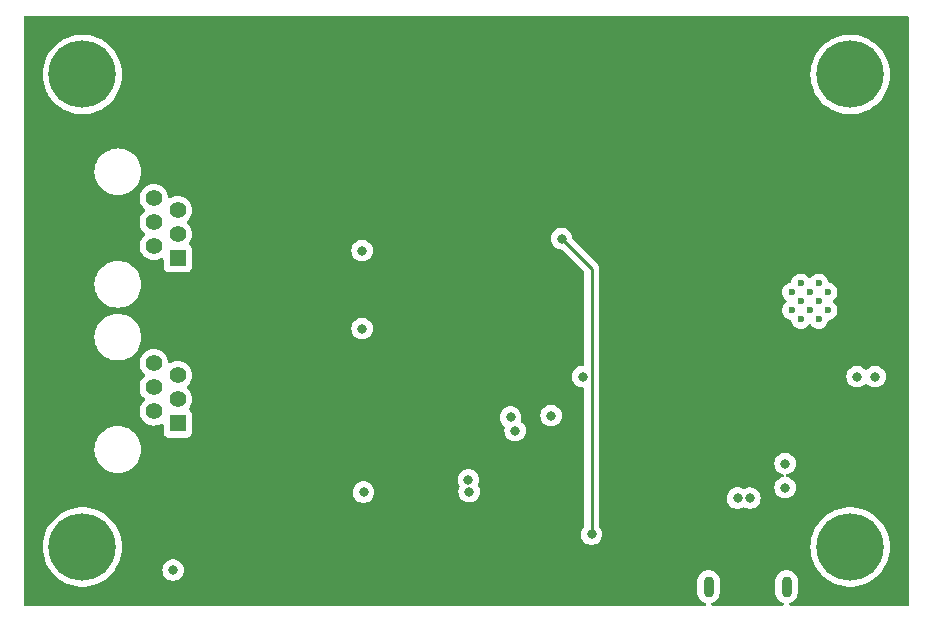
<source format=gbr>
G04 #@! TF.GenerationSoftware,KiCad,Pcbnew,7.0.2.1-36-g582732918d-dirty-deb11*
G04 #@! TF.CreationDate,2023-06-21T13:50:25+00:00*
G04 #@! TF.ProjectId,LocoBuffer,4c6f636f-4275-4666-9665-722e6b696361,rev?*
G04 #@! TF.SameCoordinates,Original*
G04 #@! TF.FileFunction,Copper,L3,Inr*
G04 #@! TF.FilePolarity,Positive*
%FSLAX46Y46*%
G04 Gerber Fmt 4.6, Leading zero omitted, Abs format (unit mm)*
G04 Created by KiCad (PCBNEW 7.0.2.1-36-g582732918d-dirty-deb11) date 2023-06-21 13:50:25*
%MOMM*%
%LPD*%
G01*
G04 APERTURE LIST*
G04 #@! TA.AperFunction,ComponentPad*
%ADD10R,1.398000X1.398000*%
G04 #@! TD*
G04 #@! TA.AperFunction,ComponentPad*
%ADD11C,1.398000*%
G04 #@! TD*
G04 #@! TA.AperFunction,ComponentPad*
%ADD12C,5.700000*%
G04 #@! TD*
G04 #@! TA.AperFunction,HeatsinkPad*
%ADD13C,0.600000*%
G04 #@! TD*
G04 #@! TA.AperFunction,ComponentPad*
%ADD14O,0.900000X1.800000*%
G04 #@! TD*
G04 #@! TA.AperFunction,ViaPad*
%ADD15C,0.800000*%
G04 #@! TD*
G04 #@! TA.AperFunction,Conductor*
%ADD16C,0.250000*%
G04 #@! TD*
G04 APERTURE END LIST*
D10*
X43080000Y-90540000D03*
D11*
X41050000Y-89524000D03*
X43080000Y-88508000D03*
X41048000Y-87492000D03*
X43080000Y-86476000D03*
X41050000Y-85460000D03*
D10*
X43080000Y-104540000D03*
D11*
X41050000Y-103524000D03*
X43080000Y-102508000D03*
X41048000Y-101492000D03*
X43080000Y-100476000D03*
X41050000Y-99460000D03*
D12*
X35000000Y-75000000D03*
X35000000Y-115000000D03*
X100000000Y-115000000D03*
X100000000Y-75000000D03*
D13*
X97348500Y-92664000D03*
X95823500Y-92664000D03*
X98111000Y-93426500D03*
X96586000Y-93426500D03*
X95061000Y-93426500D03*
X97348500Y-94189000D03*
X95823500Y-94189000D03*
X98111000Y-94951500D03*
X96586000Y-94951500D03*
X95061000Y-94951500D03*
X97348500Y-95714000D03*
X95823500Y-95714000D03*
D14*
X88015000Y-118364000D03*
X94615000Y-118364000D03*
D15*
X75565000Y-88900000D03*
X78105000Y-113919000D03*
X48514000Y-89916000D03*
X44704000Y-109117500D03*
X63754000Y-86715600D03*
X71882000Y-117348000D03*
X62890400Y-86715600D03*
X102108000Y-84074000D03*
X62877700Y-87591900D03*
X55372000Y-83566000D03*
X63754000Y-87579200D03*
X66040000Y-108458000D03*
X100584000Y-100584000D03*
X58674000Y-89916000D03*
X42672000Y-116967000D03*
X91515000Y-110871000D03*
X67684279Y-109317676D03*
X90465000Y-110871000D03*
X67739296Y-110315663D03*
X74676000Y-103886000D03*
X77343000Y-100584000D03*
X102108000Y-100584000D03*
X58801000Y-110363000D03*
X58674000Y-96520000D03*
X71628000Y-105156000D03*
X94488000Y-109982000D03*
X71247000Y-104013000D03*
X94488000Y-107950000D03*
D16*
X78105000Y-91440000D02*
X75565000Y-88900000D01*
X78105000Y-113919000D02*
X78105000Y-91440000D01*
G04 #@! TA.AperFunction,Conductor*
G36*
X104916621Y-70045502D02*
G01*
X104963114Y-70099158D01*
X104974500Y-70151500D01*
X104974500Y-119848500D01*
X104954498Y-119916621D01*
X104900842Y-119963114D01*
X104848500Y-119974500D01*
X94944378Y-119974500D01*
X94876257Y-119954498D01*
X94829764Y-119900842D01*
X94819660Y-119830568D01*
X94849154Y-119765988D01*
X94900614Y-119730344D01*
X95039295Y-119678983D01*
X95204729Y-119575867D01*
X95346020Y-119441560D01*
X95457383Y-119281561D01*
X95534259Y-119102419D01*
X95573500Y-118911470D01*
X95573500Y-117865392D01*
X95573499Y-117865373D01*
X95558722Y-117720067D01*
X95558721Y-117720066D01*
X95558721Y-117720060D01*
X95500363Y-117534061D01*
X95405759Y-117363616D01*
X95405758Y-117363614D01*
X95278784Y-117215707D01*
X95278782Y-117215705D01*
X95278780Y-117215703D01*
X95124627Y-117096380D01*
X94949609Y-117010529D01*
X94760892Y-116961667D01*
X94760890Y-116961666D01*
X94760887Y-116961666D01*
X94760884Y-116961665D01*
X94566202Y-116951793D01*
X94373514Y-116981312D01*
X94373511Y-116981312D01*
X94373511Y-116981313D01*
X94294626Y-117010529D01*
X94190702Y-117049018D01*
X94025273Y-117152131D01*
X94025272Y-117152132D01*
X93883976Y-117286444D01*
X93772617Y-117446437D01*
X93695742Y-117625577D01*
X93695741Y-117625580D01*
X93695741Y-117625581D01*
X93663211Y-117783877D01*
X93656500Y-117816532D01*
X93656500Y-118862626D01*
X93671277Y-119007932D01*
X93671278Y-119007934D01*
X93671279Y-119007940D01*
X93729637Y-119193939D01*
X93824241Y-119364384D01*
X93824241Y-119364385D01*
X93951215Y-119512292D01*
X93951217Y-119512294D01*
X93951220Y-119512297D01*
X94105373Y-119631620D01*
X94280391Y-119717471D01*
X94315351Y-119726522D01*
X94376282Y-119762960D01*
X94407842Y-119826556D01*
X94400010Y-119897120D01*
X94355271Y-119952246D01*
X94287831Y-119974434D01*
X94283768Y-119974500D01*
X88344378Y-119974500D01*
X88276257Y-119954498D01*
X88229764Y-119900842D01*
X88219660Y-119830568D01*
X88249154Y-119765988D01*
X88300614Y-119730344D01*
X88439295Y-119678983D01*
X88604729Y-119575867D01*
X88746020Y-119441560D01*
X88857383Y-119281561D01*
X88934259Y-119102419D01*
X88973500Y-118911470D01*
X88973500Y-117865392D01*
X88973499Y-117865373D01*
X88958722Y-117720067D01*
X88958721Y-117720066D01*
X88958721Y-117720060D01*
X88900363Y-117534061D01*
X88805759Y-117363616D01*
X88805758Y-117363614D01*
X88678784Y-117215707D01*
X88678782Y-117215705D01*
X88678780Y-117215703D01*
X88524627Y-117096380D01*
X88349609Y-117010529D01*
X88160892Y-116961667D01*
X88160890Y-116961666D01*
X88160887Y-116961666D01*
X88160884Y-116961665D01*
X87966202Y-116951793D01*
X87773514Y-116981312D01*
X87773511Y-116981312D01*
X87773511Y-116981313D01*
X87694626Y-117010529D01*
X87590702Y-117049018D01*
X87425273Y-117152131D01*
X87425272Y-117152132D01*
X87283976Y-117286444D01*
X87172617Y-117446437D01*
X87095742Y-117625577D01*
X87095741Y-117625580D01*
X87095741Y-117625581D01*
X87063211Y-117783877D01*
X87056500Y-117816532D01*
X87056500Y-118862626D01*
X87071277Y-119007932D01*
X87071278Y-119007934D01*
X87071279Y-119007940D01*
X87129637Y-119193938D01*
X87129637Y-119193939D01*
X87224241Y-119364384D01*
X87224241Y-119364385D01*
X87351215Y-119512292D01*
X87351217Y-119512294D01*
X87351220Y-119512297D01*
X87505373Y-119631620D01*
X87680391Y-119717471D01*
X87715351Y-119726522D01*
X87776282Y-119762960D01*
X87807842Y-119826556D01*
X87800010Y-119897120D01*
X87755271Y-119952246D01*
X87687831Y-119974434D01*
X87683768Y-119974500D01*
X30151500Y-119974500D01*
X30083379Y-119954498D01*
X30036886Y-119900842D01*
X30025500Y-119848500D01*
X30025500Y-115000002D01*
X31636567Y-115000002D01*
X31656284Y-115363651D01*
X31715200Y-115723034D01*
X31808343Y-116058500D01*
X31812632Y-116073949D01*
X31947431Y-116412269D01*
X32044541Y-116595438D01*
X32118015Y-116734026D01*
X32118017Y-116734030D01*
X32215072Y-116877176D01*
X32305488Y-117010529D01*
X32322393Y-117035461D01*
X32322392Y-117035461D01*
X32558162Y-117313030D01*
X32822545Y-117563468D01*
X32822560Y-117563481D01*
X33112485Y-117783876D01*
X33424540Y-117971634D01*
X33544228Y-118027007D01*
X33755053Y-118124546D01*
X33755065Y-118124551D01*
X34100186Y-118240836D01*
X34455857Y-118319125D01*
X34817907Y-118358500D01*
X34817915Y-118358500D01*
X35182085Y-118358500D01*
X35182093Y-118358500D01*
X35544143Y-118319125D01*
X35899814Y-118240836D01*
X36244935Y-118124551D01*
X36575460Y-117971634D01*
X36887515Y-117783876D01*
X37177440Y-117563481D01*
X37208500Y-117534060D01*
X37240296Y-117503941D01*
X37441837Y-117313031D01*
X37677606Y-117035463D01*
X37724025Y-116967000D01*
X41758496Y-116967000D01*
X41778457Y-117156927D01*
X41808526Y-117249470D01*
X41837473Y-117338556D01*
X41837476Y-117338561D01*
X41932958Y-117503941D01*
X41932965Y-117503951D01*
X42060744Y-117645864D01*
X42060747Y-117645866D01*
X42215248Y-117758118D01*
X42389712Y-117835794D01*
X42576513Y-117875500D01*
X42767487Y-117875500D01*
X42954288Y-117835794D01*
X43128752Y-117758118D01*
X43283253Y-117645866D01*
X43357433Y-117563481D01*
X43411034Y-117503951D01*
X43411035Y-117503949D01*
X43411040Y-117503944D01*
X43506527Y-117338556D01*
X43565542Y-117156928D01*
X43585504Y-116967000D01*
X43565542Y-116777072D01*
X43506527Y-116595444D01*
X43411040Y-116430056D01*
X43411038Y-116430054D01*
X43411034Y-116430048D01*
X43283255Y-116288135D01*
X43128752Y-116175882D01*
X42954288Y-116098206D01*
X42767487Y-116058500D01*
X42576513Y-116058500D01*
X42389711Y-116098206D01*
X42215247Y-116175882D01*
X42060744Y-116288135D01*
X41932965Y-116430048D01*
X41932958Y-116430058D01*
X41837476Y-116595438D01*
X41837473Y-116595445D01*
X41778457Y-116777072D01*
X41758496Y-116967000D01*
X37724025Y-116967000D01*
X37881982Y-116734031D01*
X38052569Y-116412269D01*
X38187368Y-116073949D01*
X38284798Y-115723039D01*
X38343716Y-115363651D01*
X38363433Y-115000002D01*
X96636567Y-115000002D01*
X96656284Y-115363651D01*
X96715200Y-115723034D01*
X96808343Y-116058500D01*
X96812632Y-116073949D01*
X96947431Y-116412269D01*
X97044541Y-116595438D01*
X97118015Y-116734026D01*
X97118017Y-116734030D01*
X97215073Y-116877176D01*
X97305488Y-117010529D01*
X97322393Y-117035461D01*
X97322392Y-117035461D01*
X97558162Y-117313030D01*
X97822545Y-117563468D01*
X97822560Y-117563481D01*
X98112485Y-117783876D01*
X98424540Y-117971634D01*
X98544228Y-118027007D01*
X98755053Y-118124546D01*
X98755065Y-118124551D01*
X99100186Y-118240836D01*
X99455857Y-118319125D01*
X99817907Y-118358500D01*
X99817915Y-118358500D01*
X100182085Y-118358500D01*
X100182093Y-118358500D01*
X100544143Y-118319125D01*
X100899814Y-118240836D01*
X101244935Y-118124551D01*
X101575460Y-117971634D01*
X101887515Y-117783876D01*
X102177440Y-117563481D01*
X102208500Y-117534060D01*
X102240296Y-117503941D01*
X102441837Y-117313031D01*
X102677606Y-117035463D01*
X102881982Y-116734031D01*
X103052569Y-116412269D01*
X103187368Y-116073949D01*
X103284798Y-115723039D01*
X103343716Y-115363651D01*
X103363433Y-115000000D01*
X103343716Y-114636349D01*
X103287027Y-114290556D01*
X103284799Y-114276965D01*
X103284798Y-114276961D01*
X103187368Y-113926051D01*
X103052569Y-113587731D01*
X102881982Y-113265969D01*
X102677606Y-112964537D01*
X102441837Y-112686969D01*
X102441837Y-112686968D01*
X102177454Y-112436531D01*
X102177439Y-112436518D01*
X101887512Y-112216122D01*
X101784969Y-112154424D01*
X101575460Y-112028366D01*
X101575454Y-112028363D01*
X101244946Y-111875453D01*
X101244934Y-111875448D01*
X100899823Y-111759167D01*
X100899822Y-111759166D01*
X100899814Y-111759164D01*
X100899809Y-111759162D01*
X100899806Y-111759162D01*
X100544159Y-111680878D01*
X100544146Y-111680875D01*
X100544143Y-111680875D01*
X100544140Y-111680874D01*
X100544131Y-111680873D01*
X100182100Y-111641500D01*
X100182093Y-111641500D01*
X99817907Y-111641500D01*
X99817899Y-111641500D01*
X99455868Y-111680873D01*
X99455840Y-111680878D01*
X99100193Y-111759162D01*
X99100176Y-111759167D01*
X98755065Y-111875448D01*
X98755053Y-111875453D01*
X98424545Y-112028363D01*
X98424538Y-112028367D01*
X98112487Y-112216122D01*
X97822560Y-112436518D01*
X97822545Y-112436531D01*
X97558162Y-112686969D01*
X97322393Y-112964538D01*
X97118017Y-113265969D01*
X97118015Y-113265973D01*
X96947430Y-113587733D01*
X96947426Y-113587742D01*
X96812632Y-113926050D01*
X96715200Y-114276965D01*
X96656284Y-114636348D01*
X96636567Y-114999997D01*
X96636567Y-115000002D01*
X38363433Y-115000002D01*
X38363433Y-115000000D01*
X38343716Y-114636349D01*
X38287027Y-114290556D01*
X38284799Y-114276965D01*
X38284798Y-114276961D01*
X38187368Y-113926051D01*
X38052569Y-113587731D01*
X37881982Y-113265969D01*
X37677606Y-112964537D01*
X37441837Y-112686969D01*
X37177454Y-112436531D01*
X37177439Y-112436518D01*
X36887512Y-112216122D01*
X36784969Y-112154424D01*
X36575460Y-112028366D01*
X36575454Y-112028363D01*
X36244946Y-111875453D01*
X36244934Y-111875448D01*
X35899823Y-111759167D01*
X35899822Y-111759166D01*
X35899814Y-111759164D01*
X35899809Y-111759162D01*
X35899806Y-111759162D01*
X35544159Y-111680878D01*
X35544146Y-111680875D01*
X35544143Y-111680875D01*
X35544140Y-111680874D01*
X35544131Y-111680873D01*
X35182100Y-111641500D01*
X35182093Y-111641500D01*
X34817907Y-111641500D01*
X34817899Y-111641500D01*
X34455868Y-111680873D01*
X34455840Y-111680878D01*
X34100193Y-111759162D01*
X34100176Y-111759167D01*
X33755065Y-111875448D01*
X33755053Y-111875453D01*
X33424545Y-112028363D01*
X33424538Y-112028367D01*
X33112487Y-112216122D01*
X32822560Y-112436518D01*
X32822545Y-112436531D01*
X32558162Y-112686969D01*
X32322393Y-112964538D01*
X32118017Y-113265969D01*
X32118015Y-113265973D01*
X31947430Y-113587733D01*
X31947426Y-113587742D01*
X31812632Y-113926050D01*
X31715200Y-114276965D01*
X31656284Y-114636348D01*
X31636567Y-114999997D01*
X31636567Y-115000002D01*
X30025500Y-115000002D01*
X30025500Y-110363000D01*
X57887496Y-110363000D01*
X57907457Y-110552927D01*
X57937526Y-110645470D01*
X57966473Y-110734556D01*
X57966476Y-110734561D01*
X58061958Y-110899941D01*
X58061965Y-110899951D01*
X58189744Y-111041864D01*
X58189747Y-111041866D01*
X58344248Y-111154118D01*
X58518712Y-111231794D01*
X58705513Y-111271500D01*
X58896487Y-111271500D01*
X59083288Y-111231794D01*
X59257752Y-111154118D01*
X59412253Y-111041866D01*
X59412255Y-111041864D01*
X59540034Y-110899951D01*
X59540035Y-110899949D01*
X59540040Y-110899944D01*
X59635527Y-110734556D01*
X59694542Y-110552928D01*
X59714504Y-110363000D01*
X59694542Y-110173072D01*
X59635527Y-109991444D01*
X59540040Y-109826056D01*
X59540038Y-109826054D01*
X59540034Y-109826048D01*
X59412255Y-109684135D01*
X59257752Y-109571882D01*
X59083288Y-109494206D01*
X58896487Y-109454500D01*
X58705513Y-109454500D01*
X58518711Y-109494206D01*
X58344247Y-109571882D01*
X58189744Y-109684135D01*
X58061965Y-109826048D01*
X58061958Y-109826058D01*
X57966476Y-109991438D01*
X57966473Y-109991445D01*
X57907457Y-110173072D01*
X57887496Y-110363000D01*
X30025500Y-110363000D01*
X30025500Y-109317676D01*
X66770775Y-109317676D01*
X66790736Y-109507603D01*
X66811622Y-109571882D01*
X66849752Y-109689232D01*
X66849754Y-109689235D01*
X66849755Y-109689237D01*
X66914463Y-109801315D01*
X66931201Y-109870310D01*
X66914465Y-109927312D01*
X66904769Y-109944105D01*
X66904766Y-109944112D01*
X66845753Y-110125734D01*
X66825792Y-110315663D01*
X66845753Y-110505590D01*
X66861135Y-110552928D01*
X66904769Y-110687219D01*
X66904772Y-110687224D01*
X67000254Y-110852604D01*
X67000261Y-110852614D01*
X67128040Y-110994527D01*
X67128043Y-110994529D01*
X67282544Y-111106781D01*
X67457008Y-111184457D01*
X67643809Y-111224163D01*
X67834783Y-111224163D01*
X68021584Y-111184457D01*
X68196048Y-111106781D01*
X68350549Y-110994529D01*
X68350551Y-110994527D01*
X68478330Y-110852614D01*
X68478331Y-110852612D01*
X68478336Y-110852607D01*
X68573823Y-110687219D01*
X68632838Y-110505591D01*
X68652800Y-110315663D01*
X68632838Y-110125735D01*
X68573823Y-109944107D01*
X68509110Y-109832022D01*
X68492373Y-109763028D01*
X68509114Y-109706018D01*
X68518804Y-109689235D01*
X68518806Y-109689232D01*
X68577821Y-109507604D01*
X68597783Y-109317676D01*
X68577821Y-109127748D01*
X68518806Y-108946120D01*
X68423319Y-108780732D01*
X68423317Y-108780730D01*
X68423313Y-108780724D01*
X68295534Y-108638811D01*
X68141031Y-108526558D01*
X67966567Y-108448882D01*
X67779766Y-108409176D01*
X67588792Y-108409176D01*
X67401990Y-108448882D01*
X67227526Y-108526558D01*
X67073023Y-108638811D01*
X66945244Y-108780724D01*
X66945237Y-108780734D01*
X66849755Y-108946114D01*
X66849752Y-108946121D01*
X66790736Y-109127748D01*
X66770775Y-109317676D01*
X30025500Y-109317676D01*
X30025500Y-106762499D01*
X36019454Y-106762499D01*
X36039613Y-107044364D01*
X36099678Y-107320477D01*
X36099680Y-107320484D01*
X36134208Y-107413058D01*
X36198431Y-107585248D01*
X36198433Y-107585252D01*
X36333857Y-107833261D01*
X36503200Y-108059479D01*
X36503208Y-108059488D01*
X36703011Y-108259291D01*
X36703020Y-108259299D01*
X36786193Y-108321561D01*
X36929236Y-108428641D01*
X37011907Y-108473783D01*
X37036009Y-108486944D01*
X37177251Y-108564068D01*
X37442016Y-108662820D01*
X37718139Y-108722887D01*
X37929447Y-108738000D01*
X37929453Y-108738000D01*
X38070547Y-108738000D01*
X38070553Y-108738000D01*
X38281861Y-108722887D01*
X38557984Y-108662820D01*
X38822749Y-108564068D01*
X39070764Y-108428641D01*
X39296982Y-108259297D01*
X39496797Y-108059482D01*
X39666141Y-107833264D01*
X39801568Y-107585249D01*
X39900320Y-107320484D01*
X39960387Y-107044361D01*
X39980546Y-106762500D01*
X39960387Y-106480639D01*
X39900320Y-106204516D01*
X39801568Y-105939751D01*
X39666141Y-105691736D01*
X39543238Y-105527556D01*
X39496799Y-105465520D01*
X39496791Y-105465511D01*
X39296988Y-105265708D01*
X39296979Y-105265700D01*
X39070761Y-105096357D01*
X38822752Y-104960933D01*
X38822748Y-104960931D01*
X38688634Y-104910909D01*
X38557984Y-104862180D01*
X38557980Y-104862179D01*
X38557977Y-104862178D01*
X38281863Y-104802113D01*
X38281864Y-104802113D01*
X38211424Y-104797075D01*
X38070553Y-104787000D01*
X37929447Y-104787000D01*
X37802662Y-104796067D01*
X37718135Y-104802113D01*
X37442022Y-104862178D01*
X37442017Y-104862179D01*
X37442016Y-104862180D01*
X37391141Y-104881155D01*
X37177251Y-104960931D01*
X37177247Y-104960933D01*
X36929238Y-105096357D01*
X36703020Y-105265700D01*
X36703011Y-105265708D01*
X36503208Y-105465511D01*
X36503200Y-105465520D01*
X36333857Y-105691738D01*
X36198433Y-105939747D01*
X36198431Y-105939751D01*
X36099678Y-106204522D01*
X36039613Y-106480635D01*
X36019454Y-106762499D01*
X30025500Y-106762499D01*
X30025500Y-101491999D01*
X39835888Y-101491999D01*
X39854303Y-101702484D01*
X39908986Y-101906565D01*
X39908988Y-101906569D01*
X39998281Y-102098059D01*
X40119461Y-102271122D01*
X40119470Y-102271133D01*
X40268241Y-102419904D01*
X40302267Y-102482216D01*
X40297202Y-102553031D01*
X40268242Y-102598094D01*
X40121465Y-102744872D01*
X40121461Y-102744877D01*
X40000281Y-102917940D01*
X39910988Y-103109430D01*
X39910986Y-103109434D01*
X39856303Y-103313515D01*
X39837888Y-103524000D01*
X39856303Y-103734484D01*
X39910986Y-103938565D01*
X39910988Y-103938569D01*
X40000281Y-104130059D01*
X40121461Y-104303122D01*
X40121465Y-104303127D01*
X40121468Y-104303131D01*
X40270869Y-104452532D01*
X40270873Y-104452535D01*
X40270877Y-104452538D01*
X40443940Y-104573718D01*
X40443943Y-104573719D01*
X40443944Y-104573720D01*
X40635433Y-104663013D01*
X40839519Y-104717697D01*
X41050000Y-104736112D01*
X41260481Y-104717697D01*
X41464567Y-104663013D01*
X41656056Y-104573720D01*
X41674230Y-104560994D01*
X41741502Y-104538307D01*
X41810363Y-104555591D01*
X41858947Y-104607361D01*
X41872500Y-104664208D01*
X41872500Y-105287649D01*
X41879009Y-105348196D01*
X41879011Y-105348204D01*
X41930110Y-105485202D01*
X41930112Y-105485207D01*
X42017738Y-105602261D01*
X42134792Y-105689887D01*
X42134794Y-105689888D01*
X42134796Y-105689889D01*
X42193875Y-105711924D01*
X42271795Y-105740988D01*
X42271803Y-105740990D01*
X42332350Y-105747499D01*
X42332355Y-105747499D01*
X42332362Y-105747500D01*
X42332368Y-105747500D01*
X43827632Y-105747500D01*
X43827638Y-105747500D01*
X43827645Y-105747499D01*
X43827649Y-105747499D01*
X43888196Y-105740990D01*
X43888199Y-105740989D01*
X43888201Y-105740989D01*
X44025204Y-105689889D01*
X44142261Y-105602261D01*
X44229889Y-105485204D01*
X44280989Y-105348201D01*
X44281234Y-105345928D01*
X44287499Y-105287649D01*
X44287500Y-105287632D01*
X44287500Y-104013000D01*
X70333496Y-104013000D01*
X70353457Y-104202927D01*
X70371207Y-104257554D01*
X70412473Y-104384556D01*
X70412476Y-104384561D01*
X70507958Y-104549941D01*
X70507965Y-104549951D01*
X70635744Y-104691864D01*
X70713624Y-104748447D01*
X70756978Y-104804669D01*
X70763053Y-104875405D01*
X70759396Y-104889319D01*
X70734457Y-104966071D01*
X70714496Y-105155999D01*
X70734457Y-105345927D01*
X70764526Y-105438470D01*
X70793473Y-105527556D01*
X70793476Y-105527561D01*
X70888958Y-105692941D01*
X70888965Y-105692951D01*
X71016744Y-105834864D01*
X71016747Y-105834866D01*
X71171248Y-105947118D01*
X71345712Y-106024794D01*
X71532513Y-106064500D01*
X71723487Y-106064500D01*
X71910288Y-106024794D01*
X72084752Y-105947118D01*
X72239253Y-105834866D01*
X72317919Y-105747499D01*
X72367034Y-105692951D01*
X72367035Y-105692949D01*
X72367040Y-105692944D01*
X72462527Y-105527556D01*
X72521542Y-105345928D01*
X72541504Y-105156000D01*
X72521542Y-104966072D01*
X72462527Y-104784444D01*
X72367040Y-104619056D01*
X72367038Y-104619054D01*
X72367034Y-104619048D01*
X72239255Y-104477135D01*
X72161375Y-104420552D01*
X72118021Y-104364330D01*
X72111946Y-104293593D01*
X72115604Y-104279678D01*
X72140540Y-104202936D01*
X72140542Y-104202926D01*
X72160504Y-104013000D01*
X72147156Y-103886000D01*
X73762496Y-103886000D01*
X73782457Y-104075927D01*
X73800045Y-104130056D01*
X73841473Y-104257556D01*
X73841476Y-104257561D01*
X73936958Y-104422941D01*
X73936965Y-104422951D01*
X74064744Y-104564864D01*
X74076933Y-104573720D01*
X74219248Y-104677118D01*
X74393712Y-104754794D01*
X74580513Y-104794500D01*
X74771487Y-104794500D01*
X74958288Y-104754794D01*
X75132752Y-104677118D01*
X75287253Y-104564866D01*
X75287255Y-104564864D01*
X75415034Y-104422951D01*
X75415035Y-104422949D01*
X75415040Y-104422944D01*
X75510527Y-104257556D01*
X75569542Y-104075928D01*
X75589504Y-103886000D01*
X75569542Y-103696072D01*
X75510527Y-103514444D01*
X75415040Y-103349056D01*
X75415038Y-103349054D01*
X75415034Y-103349048D01*
X75287255Y-103207135D01*
X75132752Y-103094882D01*
X74958288Y-103017206D01*
X74771487Y-102977500D01*
X74580513Y-102977500D01*
X74393711Y-103017206D01*
X74219247Y-103094882D01*
X74064744Y-103207135D01*
X73936965Y-103349048D01*
X73936958Y-103349058D01*
X73841476Y-103514438D01*
X73841473Y-103514445D01*
X73782457Y-103696072D01*
X73762496Y-103886000D01*
X72147156Y-103886000D01*
X72140542Y-103823072D01*
X72081527Y-103641444D01*
X71986040Y-103476056D01*
X71986038Y-103476054D01*
X71986034Y-103476048D01*
X71858255Y-103334135D01*
X71703752Y-103221882D01*
X71529288Y-103144206D01*
X71342487Y-103104500D01*
X71151513Y-103104500D01*
X70964711Y-103144206D01*
X70790247Y-103221882D01*
X70635744Y-103334135D01*
X70507965Y-103476048D01*
X70507958Y-103476058D01*
X70412476Y-103641438D01*
X70412473Y-103641445D01*
X70353457Y-103823072D01*
X70333496Y-104013000D01*
X44287500Y-104013000D01*
X44287500Y-103792367D01*
X44287499Y-103792350D01*
X44280990Y-103731803D01*
X44280988Y-103731795D01*
X44229889Y-103594797D01*
X44229887Y-103594792D01*
X44142261Y-103477738D01*
X44064673Y-103419657D01*
X44022126Y-103362821D01*
X44017061Y-103292006D01*
X44036969Y-103246518D01*
X44129720Y-103114056D01*
X44219013Y-102922567D01*
X44273697Y-102718481D01*
X44292112Y-102508000D01*
X44273697Y-102297519D01*
X44219013Y-102093433D01*
X44129720Y-101901944D01*
X44129719Y-101901943D01*
X44129718Y-101901940D01*
X44008538Y-101728877D01*
X44008534Y-101728872D01*
X44008532Y-101728869D01*
X43860756Y-101581094D01*
X43826732Y-101518782D01*
X43831797Y-101447966D01*
X43860754Y-101402908D01*
X44008532Y-101255131D01*
X44129720Y-101082056D01*
X44219013Y-100890567D01*
X44273697Y-100686481D01*
X44292112Y-100476000D01*
X44273697Y-100265519D01*
X44219013Y-100061433D01*
X44129720Y-99869944D01*
X44129719Y-99869943D01*
X44129718Y-99869940D01*
X44008538Y-99696877D01*
X44008535Y-99696873D01*
X44008532Y-99696869D01*
X43859131Y-99547468D01*
X43859127Y-99547465D01*
X43859122Y-99547461D01*
X43686059Y-99426281D01*
X43494569Y-99336988D01*
X43494565Y-99336986D01*
X43290484Y-99282303D01*
X43132620Y-99268491D01*
X43080000Y-99263888D01*
X43079999Y-99263888D01*
X42869515Y-99282303D01*
X42665434Y-99336986D01*
X42665430Y-99336988D01*
X42473941Y-99426281D01*
X42450328Y-99442815D01*
X42383054Y-99465502D01*
X42314194Y-99448216D01*
X42265610Y-99396446D01*
X42252539Y-99350587D01*
X42243697Y-99249519D01*
X42189013Y-99045433D01*
X42099720Y-98853944D01*
X42099719Y-98853943D01*
X42099718Y-98853940D01*
X41978538Y-98680877D01*
X41978535Y-98680873D01*
X41978532Y-98680869D01*
X41829131Y-98531468D01*
X41829127Y-98531465D01*
X41829122Y-98531461D01*
X41656059Y-98410281D01*
X41464569Y-98320988D01*
X41464565Y-98320986D01*
X41260484Y-98266303D01*
X41050000Y-98247888D01*
X40839515Y-98266303D01*
X40635434Y-98320986D01*
X40635430Y-98320988D01*
X40443940Y-98410281D01*
X40270877Y-98531461D01*
X40270866Y-98531470D01*
X40121470Y-98680866D01*
X40121461Y-98680877D01*
X40000281Y-98853940D01*
X39910988Y-99045430D01*
X39910986Y-99045434D01*
X39856303Y-99249515D01*
X39837888Y-99460000D01*
X39856303Y-99670484D01*
X39910986Y-99874565D01*
X39910988Y-99874569D01*
X40000281Y-100066059D01*
X40121461Y-100239122D01*
X40121470Y-100239133D01*
X40268241Y-100385904D01*
X40302267Y-100448216D01*
X40297202Y-100519031D01*
X40268242Y-100564094D01*
X40119465Y-100712872D01*
X40119461Y-100712877D01*
X39998281Y-100885940D01*
X39908988Y-101077430D01*
X39908986Y-101077434D01*
X39854303Y-101281515D01*
X39835888Y-101491999D01*
X30025500Y-101491999D01*
X30025500Y-97237500D01*
X36019454Y-97237500D01*
X36039613Y-97519364D01*
X36099678Y-97795477D01*
X36099680Y-97795484D01*
X36148409Y-97926134D01*
X36198431Y-98060248D01*
X36198433Y-98060252D01*
X36333857Y-98308261D01*
X36503200Y-98534479D01*
X36503208Y-98534488D01*
X36703011Y-98734291D01*
X36703020Y-98734299D01*
X36816767Y-98819448D01*
X36929236Y-98903641D01*
X37177251Y-99039068D01*
X37442016Y-99137820D01*
X37718139Y-99197887D01*
X37929447Y-99213000D01*
X37929453Y-99213000D01*
X38070547Y-99213000D01*
X38070553Y-99213000D01*
X38281861Y-99197887D01*
X38557984Y-99137820D01*
X38822749Y-99039068D01*
X39070764Y-98903641D01*
X39296982Y-98734297D01*
X39496797Y-98534482D01*
X39666141Y-98308264D01*
X39801568Y-98060249D01*
X39900320Y-97795484D01*
X39960387Y-97519361D01*
X39980546Y-97237500D01*
X39960387Y-96955639D01*
X39900320Y-96679516D01*
X39840824Y-96520000D01*
X57760496Y-96520000D01*
X57762593Y-96539961D01*
X57780457Y-96709927D01*
X57810526Y-96802470D01*
X57839473Y-96891556D01*
X57839476Y-96891561D01*
X57934958Y-97056941D01*
X57934965Y-97056951D01*
X58062744Y-97198864D01*
X58062747Y-97198866D01*
X58217248Y-97311118D01*
X58391712Y-97388794D01*
X58578513Y-97428500D01*
X58769487Y-97428500D01*
X58956288Y-97388794D01*
X59130752Y-97311118D01*
X59285253Y-97198866D01*
X59413040Y-97056944D01*
X59508527Y-96891556D01*
X59567542Y-96709928D01*
X59587504Y-96520000D01*
X59567542Y-96330072D01*
X59508527Y-96148444D01*
X59413040Y-95983056D01*
X59413038Y-95983054D01*
X59413034Y-95983048D01*
X59285255Y-95841135D01*
X59130752Y-95728882D01*
X58956288Y-95651206D01*
X58769487Y-95611500D01*
X58578513Y-95611500D01*
X58391711Y-95651206D01*
X58217247Y-95728882D01*
X58062744Y-95841135D01*
X57934965Y-95983048D01*
X57934958Y-95983058D01*
X57839476Y-96148438D01*
X57839473Y-96148445D01*
X57780457Y-96330072D01*
X57760496Y-96519999D01*
X57760496Y-96520000D01*
X39840824Y-96520000D01*
X39801568Y-96414751D01*
X39666141Y-96166736D01*
X39528642Y-95983058D01*
X39496799Y-95940520D01*
X39496791Y-95940511D01*
X39296988Y-95740708D01*
X39296979Y-95740700D01*
X39124386Y-95611500D01*
X39070764Y-95571359D01*
X39070762Y-95571358D01*
X39070761Y-95571357D01*
X38822752Y-95435933D01*
X38822748Y-95435931D01*
X38688634Y-95385909D01*
X38557984Y-95337180D01*
X38557980Y-95337179D01*
X38557977Y-95337178D01*
X38281863Y-95277113D01*
X38281864Y-95277113D01*
X38211424Y-95272075D01*
X38070553Y-95262000D01*
X37929447Y-95262000D01*
X37802662Y-95271067D01*
X37718135Y-95277113D01*
X37442022Y-95337178D01*
X37442017Y-95337179D01*
X37442016Y-95337180D01*
X37391141Y-95356155D01*
X37177251Y-95435931D01*
X37177247Y-95435933D01*
X36929238Y-95571357D01*
X36703020Y-95740700D01*
X36703011Y-95740708D01*
X36503208Y-95940511D01*
X36503200Y-95940520D01*
X36333857Y-96166738D01*
X36198433Y-96414747D01*
X36198431Y-96414751D01*
X36099678Y-96679522D01*
X36039613Y-96955635D01*
X36019454Y-97237500D01*
X30025500Y-97237500D01*
X30025500Y-92762499D01*
X36019454Y-92762499D01*
X36039613Y-93044364D01*
X36099678Y-93320477D01*
X36099680Y-93320484D01*
X36139222Y-93426500D01*
X36198431Y-93585248D01*
X36198433Y-93585252D01*
X36333857Y-93833261D01*
X36503200Y-94059479D01*
X36503208Y-94059488D01*
X36703011Y-94259291D01*
X36703020Y-94259299D01*
X36777946Y-94315387D01*
X36929236Y-94428641D01*
X37177251Y-94564068D01*
X37442016Y-94662820D01*
X37718139Y-94722887D01*
X37929447Y-94738000D01*
X37929453Y-94738000D01*
X38070547Y-94738000D01*
X38070553Y-94738000D01*
X38281861Y-94722887D01*
X38557984Y-94662820D01*
X38822749Y-94564068D01*
X39070764Y-94428641D01*
X39296982Y-94259297D01*
X39496797Y-94059482D01*
X39666141Y-93833264D01*
X39801568Y-93585249D01*
X39900320Y-93320484D01*
X39960387Y-93044361D01*
X39980546Y-92762500D01*
X39960387Y-92480639D01*
X39900320Y-92204516D01*
X39801568Y-91939751D01*
X39763908Y-91870783D01*
X39693035Y-91740988D01*
X39666141Y-91691736D01*
X39530049Y-91509937D01*
X39496799Y-91465520D01*
X39496791Y-91465511D01*
X39296988Y-91265708D01*
X39296979Y-91265700D01*
X39070761Y-91096357D01*
X38822752Y-90960933D01*
X38822748Y-90960931D01*
X38688634Y-90910909D01*
X38557984Y-90862180D01*
X38557980Y-90862179D01*
X38557977Y-90862178D01*
X38281863Y-90802113D01*
X38281864Y-90802113D01*
X38211424Y-90797075D01*
X38070553Y-90787000D01*
X37929447Y-90787000D01*
X37802662Y-90796067D01*
X37718135Y-90802113D01*
X37442022Y-90862178D01*
X37442017Y-90862179D01*
X37442016Y-90862180D01*
X37391141Y-90881155D01*
X37177251Y-90960931D01*
X37177247Y-90960933D01*
X36929238Y-91096357D01*
X36703020Y-91265700D01*
X36703011Y-91265708D01*
X36503208Y-91465511D01*
X36503200Y-91465520D01*
X36333857Y-91691738D01*
X36198433Y-91939747D01*
X36198431Y-91939751D01*
X36099678Y-92204522D01*
X36039613Y-92480635D01*
X36019454Y-92762499D01*
X30025500Y-92762499D01*
X30025500Y-87491999D01*
X39835888Y-87491999D01*
X39854303Y-87702484D01*
X39908986Y-87906565D01*
X39908988Y-87906569D01*
X39998281Y-88098059D01*
X40119461Y-88271122D01*
X40119470Y-88271133D01*
X40268241Y-88419904D01*
X40302267Y-88482216D01*
X40297202Y-88553031D01*
X40268242Y-88598094D01*
X40121465Y-88744872D01*
X40121461Y-88744877D01*
X40000281Y-88917940D01*
X39910988Y-89109430D01*
X39910986Y-89109434D01*
X39856303Y-89313515D01*
X39837888Y-89524000D01*
X39856303Y-89734484D01*
X39910986Y-89938565D01*
X39910988Y-89938569D01*
X40000281Y-90130059D01*
X40121461Y-90303122D01*
X40121465Y-90303127D01*
X40121468Y-90303131D01*
X40270869Y-90452532D01*
X40270873Y-90452535D01*
X40270877Y-90452538D01*
X40443940Y-90573718D01*
X40443943Y-90573719D01*
X40443944Y-90573720D01*
X40635433Y-90663013D01*
X40839519Y-90717697D01*
X41050000Y-90736112D01*
X41260481Y-90717697D01*
X41464567Y-90663013D01*
X41656056Y-90573720D01*
X41674230Y-90560994D01*
X41741502Y-90538307D01*
X41810363Y-90555591D01*
X41858947Y-90607361D01*
X41872500Y-90664208D01*
X41872500Y-91287649D01*
X41879009Y-91348196D01*
X41879011Y-91348204D01*
X41930110Y-91485202D01*
X41930112Y-91485207D01*
X42017738Y-91602261D01*
X42134792Y-91689887D01*
X42134794Y-91689888D01*
X42134796Y-91689889D01*
X42168350Y-91702404D01*
X42271795Y-91740988D01*
X42271803Y-91740990D01*
X42332350Y-91747499D01*
X42332355Y-91747499D01*
X42332362Y-91747500D01*
X42332368Y-91747500D01*
X43827632Y-91747500D01*
X43827638Y-91747500D01*
X43827645Y-91747499D01*
X43827649Y-91747499D01*
X43888196Y-91740990D01*
X43888199Y-91740989D01*
X43888201Y-91740989D01*
X44025204Y-91689889D01*
X44142261Y-91602261D01*
X44212815Y-91508012D01*
X44229887Y-91485207D01*
X44229887Y-91485206D01*
X44229889Y-91485204D01*
X44280989Y-91348201D01*
X44283950Y-91320664D01*
X44287499Y-91287649D01*
X44287500Y-91287632D01*
X44287500Y-89915999D01*
X57760496Y-89915999D01*
X57780457Y-90105927D01*
X57810526Y-90198470D01*
X57839473Y-90287556D01*
X57839476Y-90287561D01*
X57934958Y-90452941D01*
X57934965Y-90452951D01*
X58062744Y-90594864D01*
X58062747Y-90594866D01*
X58217248Y-90707118D01*
X58391712Y-90784794D01*
X58578513Y-90824500D01*
X58769487Y-90824500D01*
X58956288Y-90784794D01*
X59130752Y-90707118D01*
X59285253Y-90594866D01*
X59315751Y-90560995D01*
X59413034Y-90452951D01*
X59413035Y-90452949D01*
X59413040Y-90452944D01*
X59508527Y-90287556D01*
X59567542Y-90105928D01*
X59587504Y-89916000D01*
X59567542Y-89726072D01*
X59508527Y-89544444D01*
X59413040Y-89379056D01*
X59413038Y-89379054D01*
X59413034Y-89379048D01*
X59285255Y-89237135D01*
X59130752Y-89124882D01*
X58956288Y-89047206D01*
X58769487Y-89007500D01*
X58578513Y-89007500D01*
X58391711Y-89047206D01*
X58217247Y-89124882D01*
X58062744Y-89237135D01*
X57934965Y-89379048D01*
X57934958Y-89379058D01*
X57839476Y-89544438D01*
X57839473Y-89544445D01*
X57780457Y-89726072D01*
X57760496Y-89915999D01*
X44287500Y-89915999D01*
X44287500Y-89792367D01*
X44287499Y-89792350D01*
X44280990Y-89731803D01*
X44280988Y-89731795D01*
X44229889Y-89594797D01*
X44229887Y-89594792D01*
X44142261Y-89477738D01*
X44064673Y-89419657D01*
X44022126Y-89362821D01*
X44017061Y-89292006D01*
X44036969Y-89246518D01*
X44043540Y-89237134D01*
X44129720Y-89114056D01*
X44219013Y-88922567D01*
X44225060Y-88900000D01*
X74651496Y-88900000D01*
X74671457Y-89089927D01*
X74682815Y-89124882D01*
X74730473Y-89271556D01*
X74730476Y-89271561D01*
X74825958Y-89436941D01*
X74825965Y-89436951D01*
X74953744Y-89578864D01*
X74953747Y-89578866D01*
X75108248Y-89691118D01*
X75282712Y-89768794D01*
X75469513Y-89808500D01*
X75525406Y-89808500D01*
X75593527Y-89828502D01*
X75614501Y-89845405D01*
X77434595Y-91665499D01*
X77468621Y-91727811D01*
X77471500Y-91754594D01*
X77471500Y-99549500D01*
X77451498Y-99617621D01*
X77397842Y-99664114D01*
X77345500Y-99675500D01*
X77247513Y-99675500D01*
X77060711Y-99715206D01*
X76886247Y-99792882D01*
X76731744Y-99905135D01*
X76603965Y-100047048D01*
X76603958Y-100047058D01*
X76508476Y-100212438D01*
X76508473Y-100212445D01*
X76449457Y-100394072D01*
X76429496Y-100584000D01*
X76449457Y-100773927D01*
X76479526Y-100866470D01*
X76508473Y-100955556D01*
X76508476Y-100955561D01*
X76603958Y-101120941D01*
X76603965Y-101120951D01*
X76731744Y-101262864D01*
X76792999Y-101307368D01*
X76886248Y-101375118D01*
X77060712Y-101452794D01*
X77247513Y-101492500D01*
X77345500Y-101492500D01*
X77413621Y-101512502D01*
X77460114Y-101566158D01*
X77471500Y-101618500D01*
X77471500Y-113216474D01*
X77451498Y-113284595D01*
X77439137Y-113300784D01*
X77365957Y-113382059D01*
X77270476Y-113547438D01*
X77270473Y-113547445D01*
X77211457Y-113729072D01*
X77191496Y-113918999D01*
X77211457Y-114108927D01*
X77241526Y-114201470D01*
X77270473Y-114290556D01*
X77270476Y-114290561D01*
X77365958Y-114455941D01*
X77365965Y-114455951D01*
X77493744Y-114597864D01*
X77493747Y-114597866D01*
X77648248Y-114710118D01*
X77822712Y-114787794D01*
X78009513Y-114827500D01*
X78200487Y-114827500D01*
X78387288Y-114787794D01*
X78561752Y-114710118D01*
X78716253Y-114597866D01*
X78844040Y-114455944D01*
X78939527Y-114290556D01*
X78998542Y-114108928D01*
X79018504Y-113919000D01*
X78998542Y-113729072D01*
X78939527Y-113547444D01*
X78844040Y-113382056D01*
X78770863Y-113300784D01*
X78740146Y-113236776D01*
X78738500Y-113216474D01*
X78738500Y-110870999D01*
X89551496Y-110870999D01*
X89571457Y-111060927D01*
X89601526Y-111153470D01*
X89630473Y-111242556D01*
X89630476Y-111242561D01*
X89725958Y-111407941D01*
X89725965Y-111407951D01*
X89853744Y-111549864D01*
X89853747Y-111549866D01*
X90008248Y-111662118D01*
X90182712Y-111739794D01*
X90369513Y-111779500D01*
X90560487Y-111779500D01*
X90747288Y-111739794D01*
X90921752Y-111662118D01*
X90921763Y-111662109D01*
X90926991Y-111659092D01*
X90995985Y-111642348D01*
X91053009Y-111659092D01*
X91058240Y-111662112D01*
X91058248Y-111662118D01*
X91232712Y-111739794D01*
X91419513Y-111779500D01*
X91610487Y-111779500D01*
X91797288Y-111739794D01*
X91971752Y-111662118D01*
X92126253Y-111549866D01*
X92254040Y-111407944D01*
X92349527Y-111242556D01*
X92408542Y-111060928D01*
X92428504Y-110871000D01*
X92408542Y-110681072D01*
X92349527Y-110499444D01*
X92254040Y-110334056D01*
X92254038Y-110334054D01*
X92254034Y-110334048D01*
X92126255Y-110192135D01*
X91971752Y-110079882D01*
X91797288Y-110002206D01*
X91702227Y-109982000D01*
X93574496Y-109982000D01*
X93594457Y-110171927D01*
X93624526Y-110264470D01*
X93653473Y-110353556D01*
X93653476Y-110353561D01*
X93748958Y-110518941D01*
X93748965Y-110518951D01*
X93876744Y-110660864D01*
X93937999Y-110705368D01*
X94031248Y-110773118D01*
X94205712Y-110850794D01*
X94392513Y-110890500D01*
X94583487Y-110890500D01*
X94770288Y-110850794D01*
X94944752Y-110773118D01*
X95099253Y-110660866D01*
X95227040Y-110518944D01*
X95322527Y-110353556D01*
X95381542Y-110171928D01*
X95401504Y-109982000D01*
X95381542Y-109792072D01*
X95322527Y-109610444D01*
X95227040Y-109445056D01*
X95227038Y-109445054D01*
X95227034Y-109445048D01*
X95099255Y-109303135D01*
X94944752Y-109190882D01*
X94770284Y-109113204D01*
X94657569Y-109089245D01*
X94595096Y-109055517D01*
X94560775Y-108993367D01*
X94565503Y-108922528D01*
X94607780Y-108865491D01*
X94657567Y-108842753D01*
X94770288Y-108818794D01*
X94944752Y-108741118D01*
X95099253Y-108628866D01*
X95099255Y-108628864D01*
X95227034Y-108486951D01*
X95227035Y-108486949D01*
X95227040Y-108486944D01*
X95322527Y-108321556D01*
X95381542Y-108139928D01*
X95401504Y-107950000D01*
X95381542Y-107760072D01*
X95322527Y-107578444D01*
X95227040Y-107413056D01*
X95227038Y-107413054D01*
X95227034Y-107413048D01*
X95099255Y-107271135D01*
X94944752Y-107158882D01*
X94770288Y-107081206D01*
X94583487Y-107041500D01*
X94392513Y-107041500D01*
X94205711Y-107081206D01*
X94031247Y-107158882D01*
X93876744Y-107271135D01*
X93748965Y-107413048D01*
X93748958Y-107413058D01*
X93653476Y-107578438D01*
X93653473Y-107578444D01*
X93651262Y-107585249D01*
X93594457Y-107760072D01*
X93574496Y-107949999D01*
X93594457Y-108139927D01*
X93624526Y-108232470D01*
X93653473Y-108321556D01*
X93653476Y-108321561D01*
X93748958Y-108486941D01*
X93748965Y-108486951D01*
X93876744Y-108628864D01*
X93890435Y-108638811D01*
X94031248Y-108741118D01*
X94205712Y-108818794D01*
X94318430Y-108842753D01*
X94380902Y-108876480D01*
X94415223Y-108938629D01*
X94410496Y-109009468D01*
X94368221Y-109066506D01*
X94318430Y-109089245D01*
X94205715Y-109113204D01*
X94031247Y-109190882D01*
X93876744Y-109303135D01*
X93748965Y-109445048D01*
X93748958Y-109445058D01*
X93653476Y-109610438D01*
X93653473Y-109610445D01*
X93594457Y-109792072D01*
X93574496Y-109982000D01*
X91702227Y-109982000D01*
X91610487Y-109962500D01*
X91419513Y-109962500D01*
X91232711Y-110002206D01*
X91058240Y-110079885D01*
X91052989Y-110082917D01*
X90983992Y-110099649D01*
X90927001Y-110082912D01*
X90921757Y-110079885D01*
X90921754Y-110079883D01*
X90921752Y-110079882D01*
X90747288Y-110002206D01*
X90560487Y-109962500D01*
X90369513Y-109962500D01*
X90182711Y-110002206D01*
X90008247Y-110079882D01*
X89853744Y-110192135D01*
X89725965Y-110334048D01*
X89725958Y-110334058D01*
X89630476Y-110499438D01*
X89630473Y-110499445D01*
X89571457Y-110681072D01*
X89551496Y-110870999D01*
X78738500Y-110870999D01*
X78738500Y-100583999D01*
X99670496Y-100583999D01*
X99690457Y-100773927D01*
X99720526Y-100866470D01*
X99749473Y-100955556D01*
X99749476Y-100955561D01*
X99844958Y-101120941D01*
X99844965Y-101120951D01*
X99972744Y-101262864D01*
X100033999Y-101307368D01*
X100127248Y-101375118D01*
X100301712Y-101452794D01*
X100488513Y-101492500D01*
X100679487Y-101492500D01*
X100866288Y-101452794D01*
X101040752Y-101375118D01*
X101195253Y-101262866D01*
X101252364Y-101199436D01*
X101312809Y-101162198D01*
X101383793Y-101163549D01*
X101439635Y-101199436D01*
X101496747Y-101262866D01*
X101651248Y-101375118D01*
X101825712Y-101452794D01*
X102012513Y-101492500D01*
X102203487Y-101492500D01*
X102390288Y-101452794D01*
X102564752Y-101375118D01*
X102719253Y-101262866D01*
X102776364Y-101199438D01*
X102847034Y-101120951D01*
X102847035Y-101120949D01*
X102847040Y-101120944D01*
X102942527Y-100955556D01*
X103001542Y-100773928D01*
X103021504Y-100584000D01*
X103001542Y-100394072D01*
X102942527Y-100212444D01*
X102847040Y-100047056D01*
X102847038Y-100047054D01*
X102847034Y-100047048D01*
X102719255Y-99905135D01*
X102564752Y-99792882D01*
X102390288Y-99715206D01*
X102203487Y-99675500D01*
X102012513Y-99675500D01*
X101825711Y-99715206D01*
X101651247Y-99792882D01*
X101496744Y-99905135D01*
X101439636Y-99968561D01*
X101379190Y-100005801D01*
X101308207Y-100004449D01*
X101252364Y-99968561D01*
X101195255Y-99905135D01*
X101040752Y-99792882D01*
X100866288Y-99715206D01*
X100679487Y-99675500D01*
X100488513Y-99675500D01*
X100301711Y-99715206D01*
X100127247Y-99792882D01*
X99972744Y-99905135D01*
X99844965Y-100047048D01*
X99844958Y-100047058D01*
X99749476Y-100212438D01*
X99749473Y-100212445D01*
X99690457Y-100394072D01*
X99670496Y-100583999D01*
X78738500Y-100583999D01*
X78738500Y-94951500D01*
X94247384Y-94951500D01*
X94267783Y-95132547D01*
X94267783Y-95132549D01*
X94267784Y-95132550D01*
X94327957Y-95304515D01*
X94327958Y-95304518D01*
X94424887Y-95458779D01*
X94424888Y-95458781D01*
X94553718Y-95587611D01*
X94553720Y-95587612D01*
X94707981Y-95684541D01*
X94707982Y-95684541D01*
X94707985Y-95684543D01*
X94879953Y-95744717D01*
X94879958Y-95744717D01*
X94879960Y-95744718D01*
X94915208Y-95748689D01*
X94980661Y-95776192D01*
X95020855Y-95834715D01*
X95026309Y-95859786D01*
X95030282Y-95895043D01*
X95030283Y-95895049D01*
X95090457Y-96067015D01*
X95090458Y-96067018D01*
X95187387Y-96221279D01*
X95187388Y-96221281D01*
X95316218Y-96350111D01*
X95316220Y-96350112D01*
X95470481Y-96447041D01*
X95470482Y-96447041D01*
X95470485Y-96447043D01*
X95642453Y-96507217D01*
X95823500Y-96527616D01*
X96004547Y-96507217D01*
X96176515Y-96447043D01*
X96330781Y-96350111D01*
X96459611Y-96221281D01*
X96463888Y-96214472D01*
X96479313Y-96189927D01*
X96532491Y-96142889D01*
X96602659Y-96132069D01*
X96667537Y-96160902D01*
X96692687Y-96189927D01*
X96712387Y-96221279D01*
X96712388Y-96221281D01*
X96841218Y-96350111D01*
X96841220Y-96350112D01*
X96995481Y-96447041D01*
X96995482Y-96447041D01*
X96995485Y-96447043D01*
X97167453Y-96507217D01*
X97348500Y-96527616D01*
X97529547Y-96507217D01*
X97701515Y-96447043D01*
X97855781Y-96350111D01*
X97984611Y-96221281D01*
X98081543Y-96067015D01*
X98141717Y-95895047D01*
X98145689Y-95859791D01*
X98173191Y-95794338D01*
X98231714Y-95754144D01*
X98256792Y-95748689D01*
X98292039Y-95744718D01*
X98292039Y-95744717D01*
X98292047Y-95744717D01*
X98464015Y-95684543D01*
X98618281Y-95587611D01*
X98747111Y-95458781D01*
X98844043Y-95304515D01*
X98904217Y-95132547D01*
X98924616Y-94951500D01*
X98904217Y-94770453D01*
X98844043Y-94598485D01*
X98844041Y-94598482D01*
X98844041Y-94598481D01*
X98747112Y-94444220D01*
X98747111Y-94444218D01*
X98618281Y-94315388D01*
X98618279Y-94315387D01*
X98586927Y-94295687D01*
X98539889Y-94242509D01*
X98529069Y-94172341D01*
X98557902Y-94107463D01*
X98586927Y-94082313D01*
X98618279Y-94062612D01*
X98618281Y-94062611D01*
X98747111Y-93933781D01*
X98747112Y-93933779D01*
X98844041Y-93779518D01*
X98844040Y-93779518D01*
X98844043Y-93779515D01*
X98904217Y-93607547D01*
X98924616Y-93426500D01*
X98904217Y-93245453D01*
X98844043Y-93073485D01*
X98844041Y-93073482D01*
X98844041Y-93073481D01*
X98747112Y-92919220D01*
X98747111Y-92919218D01*
X98618281Y-92790388D01*
X98618279Y-92790387D01*
X98464018Y-92693458D01*
X98464015Y-92693457D01*
X98292049Y-92633283D01*
X98292043Y-92633282D01*
X98256786Y-92629309D01*
X98191334Y-92601804D01*
X98151142Y-92543279D01*
X98145689Y-92518208D01*
X98141718Y-92482960D01*
X98141717Y-92482957D01*
X98141717Y-92482953D01*
X98081543Y-92310985D01*
X98081541Y-92310982D01*
X98081541Y-92310981D01*
X97984612Y-92156720D01*
X97984611Y-92156718D01*
X97855781Y-92027888D01*
X97855779Y-92027887D01*
X97701518Y-91930958D01*
X97701515Y-91930957D01*
X97529550Y-91870784D01*
X97529549Y-91870783D01*
X97529547Y-91870783D01*
X97348500Y-91850384D01*
X97167453Y-91870783D01*
X97167450Y-91870783D01*
X97167449Y-91870784D01*
X96995484Y-91930957D01*
X96995481Y-91930958D01*
X96841220Y-92027887D01*
X96841218Y-92027888D01*
X96712389Y-92156717D01*
X96692687Y-92188073D01*
X96639507Y-92235110D01*
X96569340Y-92245930D01*
X96504462Y-92217096D01*
X96479313Y-92188073D01*
X96459610Y-92156717D01*
X96330781Y-92027888D01*
X96330779Y-92027887D01*
X96176518Y-91930958D01*
X96176515Y-91930957D01*
X96004550Y-91870784D01*
X96004549Y-91870783D01*
X96004547Y-91870783D01*
X95823500Y-91850384D01*
X95642453Y-91870783D01*
X95642450Y-91870783D01*
X95642449Y-91870784D01*
X95470484Y-91930957D01*
X95470481Y-91930958D01*
X95316220Y-92027887D01*
X95316218Y-92027888D01*
X95187388Y-92156718D01*
X95187387Y-92156720D01*
X95090458Y-92310981D01*
X95090457Y-92310984D01*
X95030283Y-92482950D01*
X95030282Y-92482957D01*
X95026309Y-92518213D01*
X94998804Y-92583665D01*
X94940279Y-92623857D01*
X94915213Y-92629309D01*
X94879957Y-92633282D01*
X94879950Y-92633283D01*
X94707984Y-92693457D01*
X94707981Y-92693458D01*
X94553720Y-92790387D01*
X94553718Y-92790388D01*
X94424888Y-92919218D01*
X94424887Y-92919220D01*
X94327958Y-93073481D01*
X94327957Y-93073484D01*
X94327957Y-93073485D01*
X94267783Y-93245453D01*
X94247384Y-93426500D01*
X94267783Y-93607547D01*
X94267783Y-93607549D01*
X94267784Y-93607550D01*
X94327957Y-93779515D01*
X94327958Y-93779518D01*
X94424887Y-93933779D01*
X94424888Y-93933781D01*
X94553717Y-94062610D01*
X94585073Y-94082313D01*
X94632110Y-94135493D01*
X94642930Y-94205660D01*
X94614096Y-94270538D01*
X94585073Y-94295687D01*
X94553717Y-94315389D01*
X94424888Y-94444218D01*
X94424887Y-94444220D01*
X94327958Y-94598481D01*
X94327957Y-94598484D01*
X94279139Y-94738000D01*
X94267783Y-94770453D01*
X94247384Y-94951500D01*
X78738500Y-94951500D01*
X78738500Y-91523849D01*
X78740249Y-91508012D01*
X78739955Y-91507985D01*
X78740701Y-91500092D01*
X78738531Y-91431042D01*
X78738500Y-91429063D01*
X78738500Y-91400151D01*
X78738500Y-91400144D01*
X78737620Y-91393185D01*
X78737155Y-91387280D01*
X78735673Y-91340110D01*
X78730022Y-91320663D01*
X78726012Y-91301300D01*
X78723474Y-91281203D01*
X78706100Y-91237323D01*
X78704184Y-91231725D01*
X78691018Y-91186406D01*
X78680700Y-91168961D01*
X78672005Y-91151209D01*
X78664553Y-91132385D01*
X78664550Y-91132379D01*
X78636818Y-91094210D01*
X78633562Y-91089253D01*
X78609542Y-91048637D01*
X78609540Y-91048635D01*
X78609540Y-91048634D01*
X78595218Y-91034312D01*
X78582377Y-91019279D01*
X78570471Y-91002892D01*
X78563029Y-90996735D01*
X78534108Y-90972810D01*
X78529736Y-90968831D01*
X76512121Y-88951216D01*
X76478095Y-88888904D01*
X76475908Y-88875306D01*
X76458542Y-88710072D01*
X76399527Y-88528444D01*
X76304040Y-88363056D01*
X76304038Y-88363054D01*
X76304034Y-88363048D01*
X76176255Y-88221135D01*
X76021752Y-88108882D01*
X75847288Y-88031206D01*
X75660487Y-87991500D01*
X75469513Y-87991500D01*
X75282711Y-88031206D01*
X75108247Y-88108882D01*
X74953744Y-88221135D01*
X74825965Y-88363048D01*
X74825958Y-88363058D01*
X74730476Y-88528438D01*
X74730473Y-88528445D01*
X74671457Y-88710072D01*
X74651496Y-88900000D01*
X44225060Y-88900000D01*
X44273697Y-88718481D01*
X44292112Y-88508000D01*
X44273697Y-88297519D01*
X44219013Y-88093433D01*
X44129720Y-87901944D01*
X44129719Y-87901943D01*
X44129718Y-87901940D01*
X44008538Y-87728877D01*
X44008535Y-87728873D01*
X44008532Y-87728869D01*
X43860758Y-87581095D01*
X43826732Y-87518783D01*
X43831797Y-87447968D01*
X43860758Y-87402905D01*
X43912183Y-87351480D01*
X44008532Y-87255131D01*
X44129720Y-87082056D01*
X44219013Y-86890567D01*
X44273697Y-86686481D01*
X44292112Y-86476000D01*
X44273697Y-86265519D01*
X44219013Y-86061433D01*
X44129720Y-85869944D01*
X44129719Y-85869943D01*
X44129718Y-85869940D01*
X44008538Y-85696877D01*
X44008535Y-85696873D01*
X44008532Y-85696869D01*
X43859131Y-85547468D01*
X43859127Y-85547465D01*
X43859122Y-85547461D01*
X43686059Y-85426281D01*
X43494569Y-85336988D01*
X43494565Y-85336986D01*
X43290484Y-85282303D01*
X43080000Y-85263888D01*
X42869515Y-85282303D01*
X42665434Y-85336986D01*
X42665430Y-85336988D01*
X42473941Y-85426281D01*
X42450328Y-85442815D01*
X42383054Y-85465502D01*
X42314194Y-85448216D01*
X42265610Y-85396446D01*
X42252539Y-85350587D01*
X42243697Y-85249519D01*
X42189013Y-85045433D01*
X42099720Y-84853944D01*
X42099719Y-84853943D01*
X42099718Y-84853940D01*
X41978538Y-84680877D01*
X41978535Y-84680873D01*
X41978532Y-84680869D01*
X41829131Y-84531468D01*
X41829127Y-84531465D01*
X41829122Y-84531461D01*
X41656059Y-84410281D01*
X41464569Y-84320988D01*
X41464565Y-84320986D01*
X41260484Y-84266303D01*
X41050000Y-84247888D01*
X40839515Y-84266303D01*
X40635434Y-84320986D01*
X40635430Y-84320988D01*
X40443940Y-84410281D01*
X40270877Y-84531461D01*
X40270866Y-84531470D01*
X40121470Y-84680866D01*
X40121461Y-84680877D01*
X40000281Y-84853940D01*
X39910988Y-85045430D01*
X39910986Y-85045434D01*
X39856303Y-85249515D01*
X39837888Y-85460000D01*
X39856303Y-85670484D01*
X39910986Y-85874565D01*
X39910988Y-85874569D01*
X40000281Y-86066059D01*
X40121461Y-86239122D01*
X40121470Y-86239133D01*
X40268241Y-86385904D01*
X40302267Y-86448216D01*
X40297202Y-86519031D01*
X40268242Y-86564094D01*
X40119465Y-86712872D01*
X40119461Y-86712877D01*
X39998281Y-86885940D01*
X39908988Y-87077430D01*
X39908986Y-87077434D01*
X39854303Y-87281515D01*
X39835888Y-87491999D01*
X30025500Y-87491999D01*
X30025500Y-83237500D01*
X36019454Y-83237500D01*
X36039613Y-83519364D01*
X36099678Y-83795477D01*
X36099680Y-83795484D01*
X36148409Y-83926134D01*
X36198431Y-84060248D01*
X36198433Y-84060252D01*
X36333857Y-84308261D01*
X36503200Y-84534479D01*
X36503208Y-84534488D01*
X36703011Y-84734291D01*
X36703020Y-84734299D01*
X36816767Y-84819448D01*
X36929236Y-84903641D01*
X37177251Y-85039068D01*
X37442016Y-85137820D01*
X37718139Y-85197887D01*
X37929447Y-85213000D01*
X37929453Y-85213000D01*
X38070547Y-85213000D01*
X38070553Y-85213000D01*
X38281861Y-85197887D01*
X38557984Y-85137820D01*
X38822749Y-85039068D01*
X39070764Y-84903641D01*
X39296982Y-84734297D01*
X39496797Y-84534482D01*
X39666141Y-84308264D01*
X39801568Y-84060249D01*
X39900320Y-83795484D01*
X39960387Y-83519361D01*
X39980546Y-83237500D01*
X39960387Y-82955639D01*
X39900320Y-82679516D01*
X39801568Y-82414751D01*
X39666141Y-82166736D01*
X39581948Y-82054267D01*
X39496799Y-81940520D01*
X39496791Y-81940511D01*
X39296988Y-81740708D01*
X39296979Y-81740700D01*
X39070761Y-81571357D01*
X38822752Y-81435933D01*
X38822748Y-81435931D01*
X38688634Y-81385909D01*
X38557984Y-81337180D01*
X38557980Y-81337179D01*
X38557977Y-81337178D01*
X38281863Y-81277113D01*
X38281864Y-81277113D01*
X38211424Y-81272075D01*
X38070553Y-81262000D01*
X37929447Y-81262000D01*
X37802662Y-81271067D01*
X37718135Y-81277113D01*
X37442022Y-81337178D01*
X37442017Y-81337179D01*
X37442016Y-81337180D01*
X37391141Y-81356155D01*
X37177251Y-81435931D01*
X37177247Y-81435933D01*
X36929238Y-81571357D01*
X36703020Y-81740700D01*
X36703011Y-81740708D01*
X36503208Y-81940511D01*
X36503200Y-81940520D01*
X36333857Y-82166738D01*
X36198433Y-82414747D01*
X36198431Y-82414751D01*
X36099678Y-82679522D01*
X36039613Y-82955635D01*
X36019454Y-83237500D01*
X30025500Y-83237500D01*
X30025500Y-75000002D01*
X31636567Y-75000002D01*
X31656284Y-75363651D01*
X31715200Y-75723034D01*
X31812631Y-76073948D01*
X31812632Y-76073949D01*
X31947431Y-76412269D01*
X32054626Y-76614462D01*
X32118015Y-76734026D01*
X32118017Y-76734030D01*
X32322393Y-77035461D01*
X32322392Y-77035461D01*
X32558162Y-77313030D01*
X32822545Y-77563468D01*
X32822560Y-77563481D01*
X33112485Y-77783876D01*
X33424540Y-77971634D01*
X33544228Y-78027007D01*
X33755053Y-78124546D01*
X33755065Y-78124551D01*
X34100186Y-78240836D01*
X34455857Y-78319125D01*
X34817907Y-78358500D01*
X34817915Y-78358500D01*
X35182085Y-78358500D01*
X35182093Y-78358500D01*
X35544143Y-78319125D01*
X35899814Y-78240836D01*
X36244935Y-78124551D01*
X36575460Y-77971634D01*
X36887515Y-77783876D01*
X37177440Y-77563481D01*
X37441837Y-77313031D01*
X37677606Y-77035463D01*
X37881982Y-76734031D01*
X38052569Y-76412269D01*
X38187368Y-76073949D01*
X38284798Y-75723039D01*
X38343716Y-75363651D01*
X38363433Y-75000002D01*
X96636567Y-75000002D01*
X96656284Y-75363651D01*
X96715200Y-75723034D01*
X96812631Y-76073948D01*
X96812632Y-76073949D01*
X96947431Y-76412269D01*
X97054626Y-76614462D01*
X97118015Y-76734026D01*
X97118017Y-76734030D01*
X97322393Y-77035461D01*
X97322392Y-77035461D01*
X97558162Y-77313030D01*
X97822545Y-77563468D01*
X97822560Y-77563481D01*
X98112485Y-77783876D01*
X98424540Y-77971634D01*
X98544228Y-78027007D01*
X98755053Y-78124546D01*
X98755065Y-78124551D01*
X99100186Y-78240836D01*
X99455857Y-78319125D01*
X99817907Y-78358500D01*
X99817915Y-78358500D01*
X100182085Y-78358500D01*
X100182093Y-78358500D01*
X100544143Y-78319125D01*
X100899814Y-78240836D01*
X101244935Y-78124551D01*
X101575460Y-77971634D01*
X101887515Y-77783876D01*
X102177440Y-77563481D01*
X102441837Y-77313031D01*
X102677606Y-77035463D01*
X102881982Y-76734031D01*
X103052569Y-76412269D01*
X103187368Y-76073949D01*
X103284798Y-75723039D01*
X103343716Y-75363651D01*
X103363433Y-75000000D01*
X103343716Y-74636349D01*
X103284798Y-74276961D01*
X103187368Y-73926051D01*
X103052569Y-73587731D01*
X102881982Y-73265969D01*
X102677606Y-72964537D01*
X102441837Y-72686969D01*
X102441836Y-72686969D01*
X102177454Y-72436531D01*
X102177439Y-72436518D01*
X101887512Y-72216122D01*
X101784969Y-72154424D01*
X101575460Y-72028366D01*
X101575454Y-72028363D01*
X101244946Y-71875453D01*
X101244934Y-71875448D01*
X100899823Y-71759167D01*
X100899822Y-71759166D01*
X100899814Y-71759164D01*
X100899809Y-71759162D01*
X100899806Y-71759162D01*
X100544159Y-71680878D01*
X100544146Y-71680875D01*
X100544143Y-71680875D01*
X100544140Y-71680874D01*
X100544131Y-71680873D01*
X100182100Y-71641500D01*
X100182093Y-71641500D01*
X99817907Y-71641500D01*
X99817899Y-71641500D01*
X99455868Y-71680873D01*
X99455840Y-71680878D01*
X99100193Y-71759162D01*
X99100176Y-71759167D01*
X98755065Y-71875448D01*
X98755053Y-71875453D01*
X98424545Y-72028363D01*
X98424538Y-72028367D01*
X98112487Y-72216122D01*
X97822560Y-72436518D01*
X97822545Y-72436531D01*
X97558162Y-72686969D01*
X97322393Y-72964538D01*
X97118017Y-73265969D01*
X97118015Y-73265973D01*
X96947430Y-73587733D01*
X96947426Y-73587742D01*
X96812632Y-73926050D01*
X96715200Y-74276965D01*
X96656284Y-74636348D01*
X96636567Y-74999997D01*
X96636567Y-75000002D01*
X38363433Y-75000002D01*
X38363433Y-75000000D01*
X38343716Y-74636349D01*
X38284798Y-74276961D01*
X38187368Y-73926051D01*
X38052569Y-73587731D01*
X37881982Y-73265969D01*
X37677606Y-72964537D01*
X37441837Y-72686969D01*
X37441836Y-72686969D01*
X37177454Y-72436531D01*
X37177439Y-72436518D01*
X36887512Y-72216122D01*
X36784969Y-72154424D01*
X36575460Y-72028366D01*
X36575454Y-72028363D01*
X36244946Y-71875453D01*
X36244934Y-71875448D01*
X35899823Y-71759167D01*
X35899822Y-71759166D01*
X35899814Y-71759164D01*
X35899809Y-71759162D01*
X35899806Y-71759162D01*
X35544159Y-71680878D01*
X35544146Y-71680875D01*
X35544143Y-71680875D01*
X35544140Y-71680874D01*
X35544131Y-71680873D01*
X35182100Y-71641500D01*
X35182093Y-71641500D01*
X34817907Y-71641500D01*
X34817899Y-71641500D01*
X34455868Y-71680873D01*
X34455840Y-71680878D01*
X34100193Y-71759162D01*
X34100176Y-71759167D01*
X33755065Y-71875448D01*
X33755053Y-71875453D01*
X33424545Y-72028363D01*
X33424538Y-72028367D01*
X33112487Y-72216122D01*
X32822560Y-72436518D01*
X32822545Y-72436531D01*
X32558162Y-72686969D01*
X32322393Y-72964538D01*
X32118017Y-73265969D01*
X32118015Y-73265973D01*
X31947430Y-73587733D01*
X31947426Y-73587742D01*
X31812632Y-73926050D01*
X31715200Y-74276965D01*
X31656284Y-74636348D01*
X31636567Y-74999997D01*
X31636567Y-75000002D01*
X30025500Y-75000002D01*
X30025500Y-70151500D01*
X30045502Y-70083379D01*
X30099158Y-70036886D01*
X30151500Y-70025500D01*
X104848500Y-70025500D01*
X104916621Y-70045502D01*
G37*
G04 #@! TD.AperFunction*
M02*

</source>
